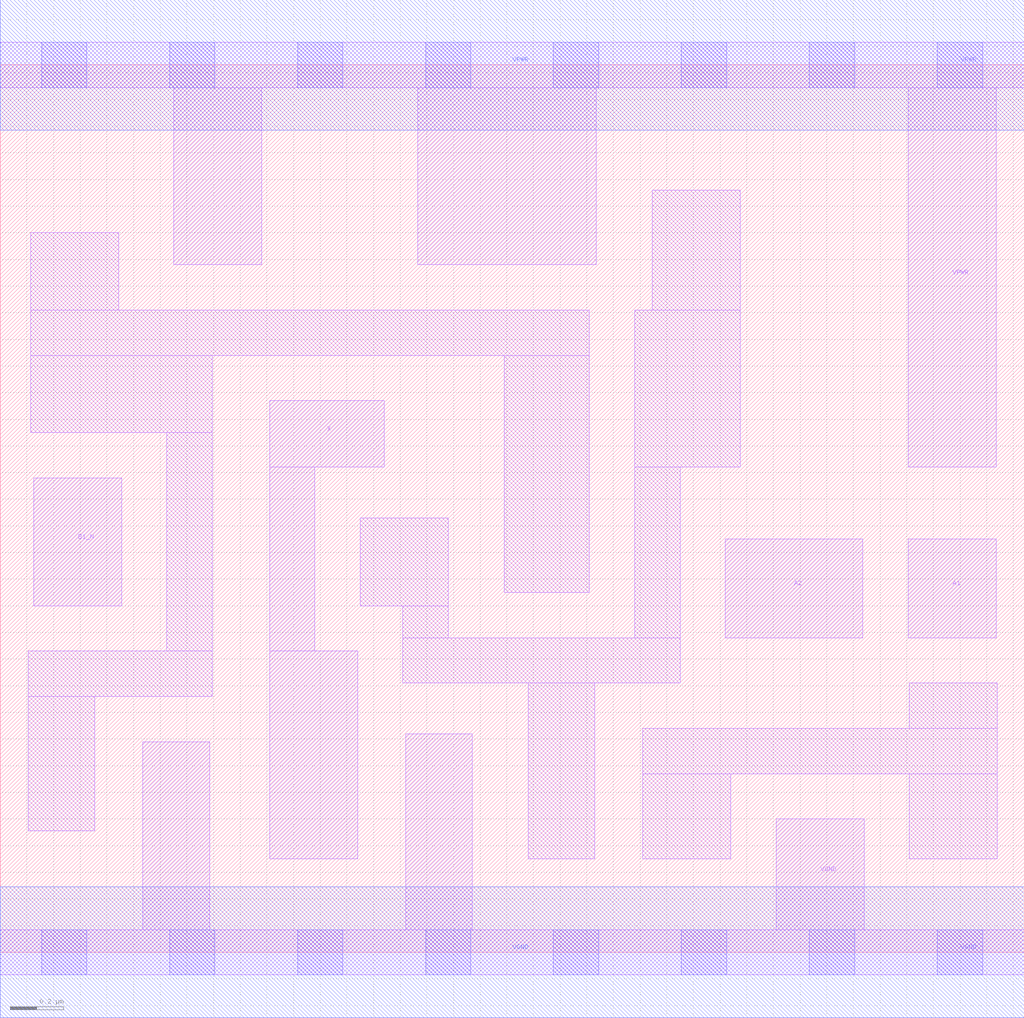
<source format=lef>
# Copyright 2020 The SkyWater PDK Authors
#
# Licensed under the Apache License, Version 2.0 (the "License");
# you may not use this file except in compliance with the License.
# You may obtain a copy of the License at
#
#     https://www.apache.org/licenses/LICENSE-2.0
#
# Unless required by applicable law or agreed to in writing, software
# distributed under the License is distributed on an "AS IS" BASIS,
# WITHOUT WARRANTIES OR CONDITIONS OF ANY KIND, either express or implied.
# See the License for the specific language governing permissions and
# limitations under the License.
#
# SPDX-License-Identifier: Apache-2.0

VERSION 5.7 ;
  NAMESCASESENSITIVE ON ;
  NOWIREEXTENSIONATPIN ON ;
  DIVIDERCHAR "/" ;
  BUSBITCHARS "[]" ;
UNITS
  DATABASE MICRONS 200 ;
END UNITS
MACRO sky130_fd_sc_ls__o21ba_2
  CLASS CORE ;
  SOURCE USER ;
  FOREIGN sky130_fd_sc_ls__o21ba_2 ;
  ORIGIN  0.000000  0.000000 ;
  SIZE  3.840000 BY  3.330000 ;
  SYMMETRY X Y ;
  SITE unit ;
  PIN A1
    ANTENNAGATEAREA  0.261000 ;
    DIRECTION INPUT ;
    USE SIGNAL ;
    PORT
      LAYER li1 ;
        RECT 3.405000 1.180000 3.735000 1.550000 ;
    END
  END A1
  PIN A2
    ANTENNAGATEAREA  0.261000 ;
    DIRECTION INPUT ;
    USE SIGNAL ;
    PORT
      LAYER li1 ;
        RECT 2.720000 1.180000 3.235000 1.550000 ;
    END
  END A2
  PIN B1_N
    ANTENNAGATEAREA  0.208500 ;
    DIRECTION INPUT ;
    USE SIGNAL ;
    PORT
      LAYER li1 ;
        RECT 0.125000 1.300000 0.455000 1.780000 ;
    END
  END B1_N
  PIN X
    ANTENNADIFFAREA  0.543200 ;
    DIRECTION OUTPUT ;
    USE SIGNAL ;
    PORT
      LAYER li1 ;
        RECT 1.010000 0.350000 1.340000 1.130000 ;
        RECT 1.010000 1.130000 1.180000 1.820000 ;
        RECT 1.010000 1.820000 1.440000 2.070000 ;
    END
  END X
  PIN VGND
    DIRECTION INOUT ;
    SHAPE ABUTMENT ;
    USE GROUND ;
    PORT
      LAYER li1 ;
        RECT 0.000000 -0.085000 3.840000 0.085000 ;
        RECT 0.535000  0.085000 0.785000 0.790000 ;
        RECT 1.520000  0.085000 1.770000 0.820000 ;
        RECT 2.910000  0.085000 3.240000 0.500000 ;
      LAYER mcon ;
        RECT 0.155000 -0.085000 0.325000 0.085000 ;
        RECT 0.635000 -0.085000 0.805000 0.085000 ;
        RECT 1.115000 -0.085000 1.285000 0.085000 ;
        RECT 1.595000 -0.085000 1.765000 0.085000 ;
        RECT 2.075000 -0.085000 2.245000 0.085000 ;
        RECT 2.555000 -0.085000 2.725000 0.085000 ;
        RECT 3.035000 -0.085000 3.205000 0.085000 ;
        RECT 3.515000 -0.085000 3.685000 0.085000 ;
      LAYER met1 ;
        RECT 0.000000 -0.245000 3.840000 0.245000 ;
    END
  END VGND
  PIN VPWR
    DIRECTION INOUT ;
    SHAPE ABUTMENT ;
    USE POWER ;
    PORT
      LAYER li1 ;
        RECT 0.000000 3.245000 3.840000 3.415000 ;
        RECT 0.650000 2.580000 0.980000 3.245000 ;
        RECT 1.565000 2.580000 2.235000 3.245000 ;
        RECT 3.405000 1.820000 3.735000 3.245000 ;
      LAYER mcon ;
        RECT 0.155000 3.245000 0.325000 3.415000 ;
        RECT 0.635000 3.245000 0.805000 3.415000 ;
        RECT 1.115000 3.245000 1.285000 3.415000 ;
        RECT 1.595000 3.245000 1.765000 3.415000 ;
        RECT 2.075000 3.245000 2.245000 3.415000 ;
        RECT 2.555000 3.245000 2.725000 3.415000 ;
        RECT 3.035000 3.245000 3.205000 3.415000 ;
        RECT 3.515000 3.245000 3.685000 3.415000 ;
      LAYER met1 ;
        RECT 0.000000 3.085000 3.840000 3.575000 ;
    END
  END VPWR
  OBS
    LAYER li1 ;
      RECT 0.105000 0.455000 0.355000 0.960000 ;
      RECT 0.105000 0.960000 0.795000 1.130000 ;
      RECT 0.115000 1.950000 0.795000 2.240000 ;
      RECT 0.115000 2.240000 2.210000 2.410000 ;
      RECT 0.115000 2.410000 0.445000 2.700000 ;
      RECT 0.625000 1.130000 0.795000 1.950000 ;
      RECT 1.350000 1.300000 1.680000 1.630000 ;
      RECT 1.510000 1.010000 2.550000 1.180000 ;
      RECT 1.510000 1.180000 1.680000 1.300000 ;
      RECT 1.890000 1.350000 2.210000 2.240000 ;
      RECT 1.980000 0.350000 2.230000 1.010000 ;
      RECT 2.380000 1.180000 2.550000 1.820000 ;
      RECT 2.380000 1.820000 2.775000 2.410000 ;
      RECT 2.410000 0.350000 2.740000 0.670000 ;
      RECT 2.410000 0.670000 3.740000 0.840000 ;
      RECT 2.445000 2.410000 2.775000 2.860000 ;
      RECT 3.410000 0.350000 3.740000 0.670000 ;
      RECT 3.410000 0.840000 3.740000 1.010000 ;
  END
END sky130_fd_sc_ls__o21ba_2

</source>
